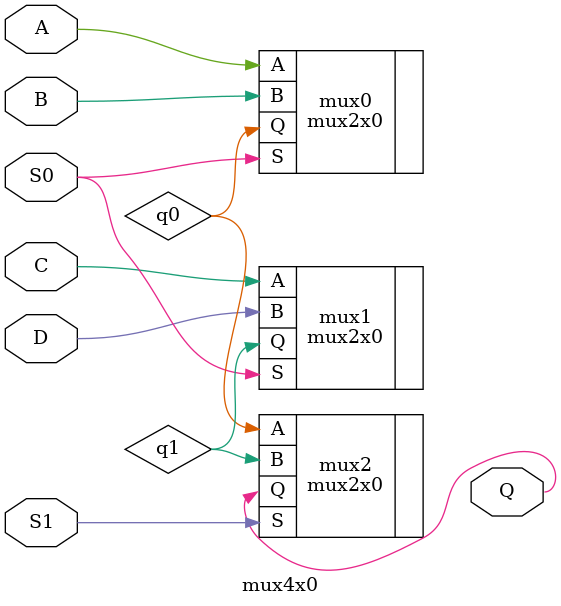
<source format=v>

module mux4x0 (A, B, C, D, S0, S1, Q);
    input  A, B, C, D;
    input  S0, S1;
    output Q;

    wire q0;
    wire q1;

    mux2x0 mux0 (.A(A),  .B(B),  .S(S0), .Q(q0));
    mux2x0 mux1 (.A(C),  .B(D),  .S(S0), .Q(q1));

    mux2x0 mux2 (.A(q0), .B(q1), .S(S1), .Q(Q));

endmodule

</source>
